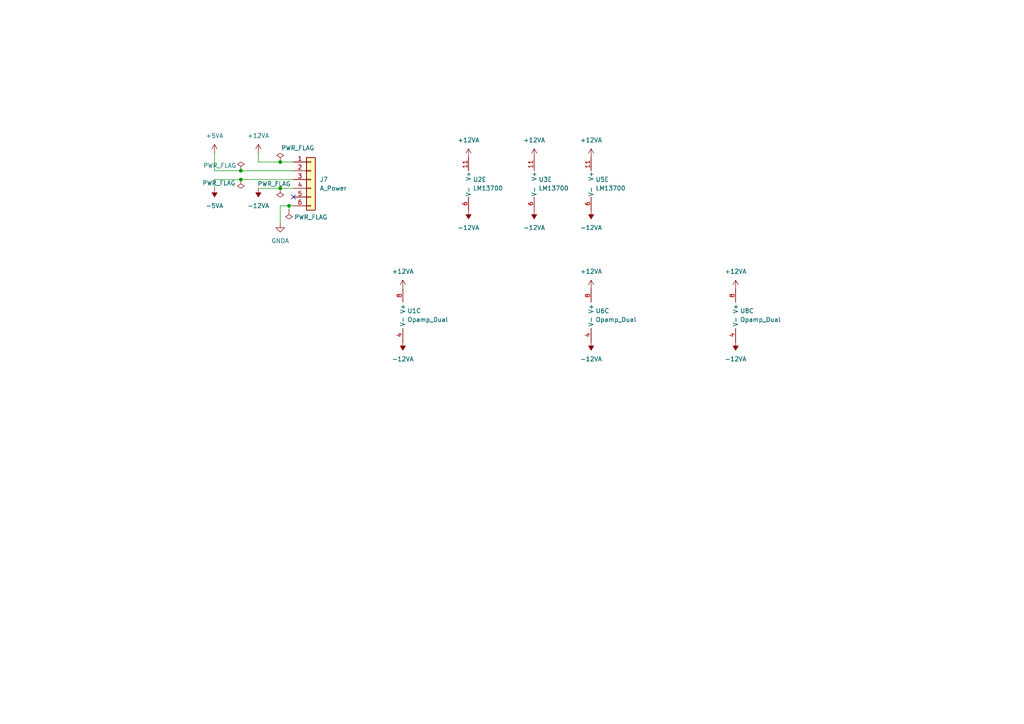
<source format=kicad_sch>
(kicad_sch (version 20250114) (generator "eeschema") (generator_version "9.0")
  (paper "A4")
  (lib_symbols
    (symbol "Amplifier_Operational:LM13700" (pin_names (offset 0.127))
      (property "Reference" "U" (at 3.81 5.08 0))
      (property "Value" "LM13700" (at 5.08 -5.08 0))
      (symbol "LM13700_1_1"
        (polyline (pts (xy 3.81 -0.635) (xy 3.81 -2.54) (xy 5.08 -2.54)))
        (polyline (pts (xy 5.08 0) (xy -5.08 -5.08) (xy -5.08 5.08) (xy 5.08 0)) (stroke (width 0.254)) (fill (type background)))
        (pin input line (at -7.62 2.54 0) (length 2.54) (name "-") (number "13"))
        (pin input line (at -7.62 0 0) (length 2.54) (name "DIODE_BIAS") (number "15"))
        (pin input line (at -7.62 -2.54 0) (length 2.54) (name "+") (number "14"))
        (pin output line (at 7.62 0 180) (length 2.54) (name "~") (number "12"))
        (pin input line (at 7.62 -2.54 180) (length 2.54) (name "~") (number "16"))
      )
      (symbol "LM13700_2_0"
        (polyline (pts (xy -1.905 2.54) (xy -3.175 2.54)))
      )
      (symbol "LM13700_2_1"
        (polyline (pts (xy -3.81 1.27) (xy -3.81 -1.27)))
        (polyline (pts (xy -3.81 0.635) (xy -2.54 1.27) (xy -2.54 1.905) (xy -2.54 2.54)))
        (polyline (pts (xy -3.81 -0.635) (xy -2.54 -1.27)))
        (circle (center -2.54 1.905) (radius 0.254) (stroke (width 0.254)) (fill (type outline)))
        (polyline (pts (xy -2.54 0) (xy -2.54 -2.54)))
        (polyline (pts (xy -2.54 -0.635) (xy -1.27 0) (xy -1.27 1.905) (xy -2.54 1.905)))
        (polyline (pts (xy -2.54 -1.27) (xy -3.175 -0.635) (xy -3.175 -1.27) (xy -2.54 -1.27)) (fill (type outline)))
        (polyline (pts (xy -2.54 -1.905) (xy -1.27 -2.54)))
        (polyline (pts (xy -1.27 -2.54) (xy -1.905 -1.905) (xy -1.905 -2.54) (xy -1.27 -2.54)) (fill (type outline)))
        (text "V+" (at -2.54 3.81 0) (effects (font (size 1.27 1.27))))
        (pin input line (at -7.62 0 0) (length 3.81) (name "~") (number "10"))
        (pin output line (at 2.54 -2.54 180) (length 3.81) (name "~") (number "9"))
      )
      (symbol "LM13700_3_1"
        (polyline (pts (xy 3.81 -0.635) (xy 3.81 -2.54) (xy 5.08 -2.54)))
        (polyline (pts (xy 5.08 0) (xy -5.08 -5.08) (xy -5.08 5.08) (xy 5.08 0)) (stroke (width 0.254)) (fill (type background)))
        (pin input line (at -7.62 2.54 0) (length 2.54) (name "-") (number "4"))
        (pin input line (at -7.62 0 0) (length 2.54) (name "DIODE_BIAS") (number "2"))
        (pin input line (at -7.62 -2.54 0) (length 2.54) (name "+") (number "3"))
        (pin output line (at 7.62 0 180) (length 2.54) (name "~") (number "5"))
        (pin input line (at 7.62 -2.54 180) (length 2.54) (name "~") (number "1"))
      )
      (symbol "LM13700_4_0"
        (polyline (pts (xy -3.175 2.54) (xy -1.905 2.54)))
        (text "V+" (at -2.54 3.81 0) (effects (font (size 1.27 1.27))))
      )
      (symbol "LM13700_4_1"
        (polyline (pts (xy -3.81 1.27) (xy -3.81 -1.27)))
        (polyline (pts (xy -3.81 0.635) (xy -2.54 1.27) (xy -2.54 2.54)))
        (polyline (pts (xy -3.81 -0.635) (xy -2.54 -1.27)))
        (circle (center -2.54 1.905) (radius 0.254) (stroke (width 0.254)) (fill (type outline)))
        (polyline (pts (xy -2.54 0) (xy -2.54 -2.54)))
        (polyline (pts (xy -2.54 -0.635) (xy -1.27 0) (xy -1.27 1.905) (xy -2.54 1.905)))
        (polyline (pts (xy -2.54 -1.27) (xy -3.175 -0.635) (xy -3.175 -1.27) (xy -2.54 -1.27)) (fill (type outline)))
        (polyline (pts (xy -2.54 -1.905) (xy -1.27 -2.54)))
        (polyline (pts (xy -1.27 -2.54) (xy -1.905 -1.905) (xy -1.905 -2.54) (xy -1.27 -2.54)) (fill (type outline)))
        (pin input line (at -7.62 0 0) (length 3.81) (name "~") (number "7"))
        (pin output line (at 2.54 -2.54 180) (length 3.81) (name "~") (number "8"))
      )
      (symbol "LM13700_5_1"
        (pin power_in line (at -2.54 7.62 270) (length 3.81) (name "V+") (number "11"))
        (pin power_in line (at -2.54 -7.62 90) (length 3.81) (name "V-") (number "6"))
      )
    )
    (symbol "Connector_Generic:Conn_01x06" (pin_names (offset 1.016) (hide yes))
      (property "Reference" "J" (at 0 7.62 0))
      (property "Value" "Conn_01x06" (at 0 -10.16 0))
      (symbol "Conn_01x06_1_1"
        (rectangle (start -1.27 6.35) (end 1.27 -8.89) (stroke (width 0.254)) (fill (type background)))
        (rectangle (start -1.27 5.207) (end 0 4.953) (stroke (width 0.1524)))
        (rectangle (start -1.27 2.667) (end 0 2.413) (stroke (width 0.1524)))
        (rectangle (start -1.27 0.127) (end 0 -0.127) (stroke (width 0.1524)))
        (rectangle (start -1.27 -2.413) (end 0 -2.667) (stroke (width 0.1524)))
        (rectangle (start -1.27 -4.953) (end 0 -5.207) (stroke (width 0.1524)))
        (rectangle (start -1.27 -7.493) (end 0 -7.747) (stroke (width 0.1524)))
        (pin passive line (at -5.08 5.08 0) (length 3.81) (name "Pin_1") (number "1"))
        (pin passive line (at -5.08 2.54 0) (length 3.81) (name "Pin_2") (number "2"))
        (pin passive line (at -5.08 0 0) (length 3.81) (name "Pin_3") (number "3"))
        (pin passive line (at -5.08 -2.54 0) (length 3.81) (name "Pin_4") (number "4"))
        (pin passive line (at -5.08 -5.08 0) (length 3.81) (name "Pin_5") (number "5"))
        (pin passive line (at -5.08 -7.62 0) (length 3.81) (name "Pin_6") (number "6"))
      )
    )
    (symbol "Device:Opamp_Dual"
      (property "Reference" "U" (at 0 5.08 0))
      (property "Value" "Opamp_Dual" (at 0 -5.08 0))
      (symbol "Opamp_Dual_1_1"
        (polyline (pts (xy -5.08 5.08) (xy 5.08 0) (xy -5.08 -5.08) (xy -5.08 5.08)) (stroke (width 0.254)) (fill (type background)))
        (pin input line (at -7.62 2.54 0) (length 2.54) (name "+") (number "3"))
        (pin input line (at -7.62 -2.54 0) (length 2.54) (name "-") (number "2"))
        (pin output line (at 7.62 0 180) (length 2.54) (name "~") (number "1"))
      )
      (symbol "Opamp_Dual_2_1"
        (polyline (pts (xy -5.08 5.08) (xy 5.08 0) (xy -5.08 -5.08) (xy -5.08 5.08)) (stroke (width 0.254)) (fill (type background)))
        (pin input line (at -7.62 2.54 0) (length 2.54) (name "+") (number "5"))
        (pin input line (at -7.62 -2.54 0) (length 2.54) (name "-") (number "6"))
        (pin output line (at 7.62 0 180) (length 2.54) (name "~") (number "7"))
      )
      (symbol "Opamp_Dual_3_1"
        (pin power_in line (at -2.54 7.62 270) (length 3.81) (name "V+") (number "8"))
        (pin power_in line (at -2.54 -7.62 90) (length 3.81) (name "V-") (number "4"))
      )
    )
    (symbol "power:+12VA" (power) (pin_numbers (hide yes)) (pin_names (offset 0) (hide yes))
      (property "Value" "+12VA" (at 0 3.556 0))
      (symbol "+12VA_0_1"
        (polyline (pts (xy -0.762 1.27) (xy 0 2.54)))
        (polyline (pts (xy 0 2.54) (xy 0.762 1.27)))
        (polyline (pts (xy 0 0) (xy 0 2.54)))
      )
      (symbol "+12VA_1_1"
        (pin power_in line (at 0 0 90) (length 0) (name "~") (number "1"))
      )
    )
    (symbol "power:+5VA" (power) (pin_numbers (hide yes)) (pin_names (offset 0) (hide yes))
      (property "Value" "+5VA" (at 0 3.556 0))
      (symbol "+5VA_0_1"
        (polyline (pts (xy -0.762 1.27) (xy 0 2.54)))
        (polyline (pts (xy 0 2.54) (xy 0.762 1.27)))
        (polyline (pts (xy 0 0) (xy 0 2.54)))
      )
      (symbol "+5VA_1_1"
        (pin power_in line (at 0 0 90) (length 0) (name "~") (number "1"))
      )
    )
    (symbol "power:-12VA" (power) (pin_numbers (hide yes)) (pin_names (offset 0) (hide yes))
      (property "Value" "-12VA" (at 0 3.556 0))
      (symbol "-12VA_0_0"
        (pin power_in line (at 0 0 90) (length 0) (name "~") (number "1"))
      )
      (symbol "-12VA_0_1"
        (polyline (pts (xy 0 0) (xy 0 1.27) (xy 0.762 1.27) (xy 0 2.54) (xy -0.762 1.27) (xy 0 1.27)) (fill (type outline)))
      )
    )
    (symbol "power:-5VA" (power) (pin_numbers (hide yes)) (pin_names (offset 0) (hide yes))
      (property "Value" "-5VA" (at 0 3.556 0))
      (symbol "-5VA_0_0"
        (pin power_in line (at 0 0 90) (length 0) (name "~") (number "1"))
      )
      (symbol "-5VA_0_1"
        (polyline (pts (xy 0 0) (xy 0 1.27) (xy 0.762 1.27) (xy 0 2.54) (xy -0.762 1.27) (xy 0 1.27)) (fill (type outline)))
      )
    )
    (symbol "power:GNDA" (power) (pin_numbers (hide yes)) (pin_names (offset 0) (hide yes))
      (property "Value" "GNDA" (at 0 -3.81 0))
      (symbol "GNDA_0_1"
        (polyline (pts (xy 0 0) (xy 0 -1.27) (xy 1.27 -1.27) (xy 0 -2.54) (xy -1.27 -1.27) (xy 0 -1.27)))
      )
      (symbol "GNDA_1_1"
        (pin power_in line (at 0 0 270) (length 0) (name "~") (number "1"))
      )
    )
    (symbol "power:PWR_FLAG" (power) (pin_numbers (hide yes)) (pin_names (offset 0) (hide yes))
      (property "Value" "PWR_FLAG" (at 0 3.81 0))
      (symbol "PWR_FLAG_0_0"
        (pin power_out line (at 0 0 90) (length 0) (name "~") (number "1"))
      )
      (symbol "PWR_FLAG_0_1"
        (polyline (pts (xy 0 0) (xy 0 1.27) (xy -1.016 1.905) (xy 0 2.54) (xy 1.016 1.905) (xy 0 1.27)))
      )
    )
  )
  (junction (at 83.82 59.69))
  (junction (at 81.28 46.99))
  (junction (at 69.85 49.53))
  (junction (at 69.85 52.07))
  (junction (at 81.28 54.61))
  (no_connect (at 85.09 57.15))
  (wire (pts (xy 85.09 59.69) (xy 83.82 59.69)))
  (wire (pts (xy 81.28 46.99) (xy 74.93 46.99)))
  (wire (pts (xy 83.82 60.96) (xy 83.82 59.69)))
  (wire (pts (xy 62.23 49.53) (xy 62.23 44.45)))
  (wire (pts (xy 62.23 52.07) (xy 62.23 54.61)))
  (wire (pts (xy 69.85 52.07) (xy 62.23 52.07)))
  (wire (pts (xy 74.93 46.99) (xy 74.93 44.45)))
  (wire (pts (xy 85.09 46.99) (xy 81.28 46.99)))
  (wire (pts (xy 83.82 59.69) (xy 81.28 59.69)))
  (wire (pts (xy 85.09 52.07) (xy 69.85 52.07)))
  (wire (pts (xy 81.28 54.61) (xy 85.09 54.61)))
  (wire (pts (xy 81.28 59.69) (xy 81.28 64.77)))
  (wire (pts (xy 69.85 49.53) (xy 62.23 49.53)))
  (wire (pts (xy 85.09 49.53) (xy 69.85 49.53)))
  (wire (pts (xy 74.93 54.61) (xy 81.28 54.61)))
  (symbol (lib_id "power:-12VA") (at 213.36 99.06 180) (unit 1)
    (property "Reference" "#PWR077" (effects (hide yes)))
    (property "Value" "-12VA" (at 213.36 104.14 0))
    (property "Description" "Power symbol creates a global label with name \"-12VA\"" (effects (hide yes)))
  )
  (symbol (lib_id "power:+5VA") (at 62.23 44.45 0) (unit 1)
    (property "Reference" "#PWR057" (effects (hide yes)))
    (property "Value" "+5VA" (at 62.23 39.37 0))
    (property "Description" "Power symbol creates a global label with name \"+5VA\"" (effects (hide yes)))
  )
  (symbol (lib_id "power:PWR_FLAG") (at 69.85 49.53 0) (unit 1)
    (property "Reference" "#FLG01" (effects (hide yes)))
    (property "Value" "PWR_FLAG" (at 63.754 48.006 0))
    (property "Description" "Special symbol for telling ERC where power comes from" (effects (hide yes)))
  )
  (symbol (lib_id "power:+12VA") (at 171.45 83.82 0) (unit 1)
    (property "Reference" "#PWR072" (effects (hide yes)))
    (property "Value" "+12VA" (at 171.45 78.74 0))
    (property "Description" "Power symbol creates a global label with name \"+12VA\"" (effects (hide yes)))
  )
  (symbol (lib_id "power:-5VA") (at 62.23 54.61 180) (unit 1)
    (property "Reference" "#PWR058" (effects (hide yes)))
    (property "Value" "-5VA" (at 62.23 59.69 0))
    (property "Description" "Power symbol creates a global label with name \"-5VA\"" (effects (hide yes)))
  )
  (symbol (lib_id "Device:Opamp_Dual") (at 119.38 91.44 0) (unit 3)
    (property "Reference" "U1" (at 118.11 90.1699 0) (effects (justify left)))
    (property "Value" "Opamp_Dual" (at 118.11 92.7099 0) (effects (justify left)))
    (property "Footprint" "Package_SO:SOIC-8_3.9x4.9mm_P1.27mm" (effects (hide yes)))
    (property "Description" "Dual operational amplifier" (effects (hide yes)))
    (property "Sim.Library" "${KICAD9_SYMBOL_DIR}/Simulation_SPICE.sp" (effects (hide yes)))
    (property "Sim.Name" "kicad_builtin_opamp_dual" (effects (hide yes)))
    (property "Sim.Device" "SUBCKT" (effects (hide yes)))
    (property "Sim.Pins" "1=out1 2=in1- 3=in1+ 4=vee 5=in2+ 6=in2- 7=out2 8=vcc" (effects (hide yes)))
  )
  (symbol (lib_id "Device:Opamp_Dual") (at 215.9 91.44 0) (unit 3)
    (property "Reference" "U8" (at 214.63 90.1699 0) (effects (justify left)))
    (property "Value" "Opamp_Dual" (at 214.63 92.7099 0) (effects (justify left)))
    (property "Footprint" "Package_SO:SOIC-8_3.9x4.9mm_P1.27mm" (effects (hide yes)))
    (property "Description" "Dual operational amplifier" (effects (hide yes)))
    (property "Sim.Library" "${KICAD9_SYMBOL_DIR}/Simulation_SPICE.sp" (effects (hide yes)))
    (property "Sim.Name" "kicad_builtin_opamp_dual" (effects (hide yes)))
    (property "Sim.Device" "SUBCKT" (effects (hide yes)))
    (property "Sim.Pins" "1=out1 2=in1- 3=in1+ 4=vee 5=in2+ 6=in2- 7=out2 8=vcc" (effects (hide yes)))
  )
  (symbol (lib_id "power:PWR_FLAG") (at 81.28 46.99 0) (unit 1)
    (property "Reference" "#FLG03" (effects (hide yes)))
    (property "Value" "PWR_FLAG" (at 86.36 42.926 0))
    (property "Description" "Special symbol for telling ERC where power comes from" (effects (hide yes)))
  )
  (symbol (lib_id "power:+12VA") (at 171.45 45.72 0) (unit 1)
    (property "Reference" "#PWR070" (effects (hide yes)))
    (property "Value" "+12VA" (at 171.45 40.64 0))
    (property "Description" "Power symbol creates a global label with name \"+12VA\"" (effects (hide yes)))
  )
  (symbol (lib_id "Device:Opamp_Dual") (at 173.99 91.44 0) (unit 3)
    (property "Reference" "U6" (at 172.72 90.1699 0) (effects (justify left)))
    (property "Value" "Opamp_Dual" (at 172.72 92.7099 0) (effects (justify left)))
    (property "Footprint" "Package_SO:SOIC-8_3.9x4.9mm_P1.27mm" (effects (hide yes)))
    (property "Description" "Dual operational amplifier" (effects (hide yes)))
    (property "Sim.Library" "${KICAD9_SYMBOL_DIR}/Simulation_SPICE.sp" (effects (hide yes)))
    (property "Sim.Name" "kicad_builtin_opamp_dual" (effects (hide yes)))
    (property "Sim.Device" "SUBCKT" (effects (hide yes)))
    (property "Sim.Pins" "1=out1 2=in1- 3=in1+ 4=vee 5=in2+ 6=in2- 7=out2 8=vcc" (effects (hide yes)))
  )
  (symbol (lib_id "power:+12VA") (at 74.93 44.45 0) (unit 1)
    (property "Reference" "#PWR059" (effects (hide yes)))
    (property "Value" "+12VA" (at 74.93 39.37 0))
    (property "Description" "Power symbol creates a global label with name \"+12VA\"" (effects (hide yes)))
  )
  (symbol (lib_id "power:+12VA") (at 154.94 45.72 0) (unit 1)
    (property "Reference" "#PWR066" (effects (hide yes)))
    (property "Value" "+12VA" (at 154.94 40.64 0))
    (property "Description" "Power symbol creates a global label with name \"+12VA\"" (effects (hide yes)))
  )
  (symbol (lib_id "power:+12VA") (at 135.89 45.72 0) (unit 1)
    (property "Reference" "#PWR064" (effects (hide yes)))
    (property "Value" "+12VA" (at 135.89 40.64 0))
    (property "Description" "Power symbol creates a global label with name \"+12VA\"" (effects (hide yes)))
  )
  (symbol (lib_id "Amplifier_Operational:LM13700") (at 173.99 53.34 0) (unit 5)
    (property "Reference" "U5" (at 172.72 52.0699 0) (effects (justify left)))
    (property "Value" "LM13700" (at 172.72 54.6099 0) (effects (justify left)))
    (property "Footprint" "Package_SO:SOIC-16_3.9x9.9mm_P1.27mm" (effects (hide yes)))
    (property "Datasheet" "http://www.ti.com/lit/ds/symlink/lm13700.pdf" (effects (hide yes)))
    (property "Description" "Dual Operational Transconductance Amplifiers with Linearizing Diodes and Buffers, DIP-16/SOIC-16" (effects (hide yes)))
  )
  (symbol (lib_id "power:PWR_FLAG") (at 69.85 52.07 180) (unit 1)
    (property "Reference" "#FLG02" (effects (hide yes)))
    (property "Value" "PWR_FLAG" (at 63.5 53.086 0))
    (property "Description" "Special symbol for telling ERC where power comes from" (effects (hide yes)))
  )
  (symbol (lib_id "power:-12VA") (at 154.94 60.96 180) (unit 1)
    (property "Reference" "#PWR067" (effects (hide yes)))
    (property "Value" "-12VA" (at 154.94 66.04 0))
    (property "Description" "Power symbol creates a global label with name \"-12VA\"" (effects (hide yes)))
  )
  (symbol (lib_id "power:-12VA") (at 74.93 54.61 180) (unit 1)
    (property "Reference" "#PWR060" (effects (hide yes)))
    (property "Value" "-12VA" (at 74.93 59.69 0))
    (property "Description" "Power symbol creates a global label with name \"-12VA\"" (effects (hide yes)))
  )
  (symbol (lib_id "Connector_Generic:Conn_01x06") (at 90.17 52.07 0) (unit 1)
    (property "Reference" "J7" (at 92.71 52.0699 0) (effects (justify left)))
    (property "Value" "A_Power" (at 92.71 54.6099 0) (effects (justify left)))
    (property "Footprint" "Connector_PinHeader_2.54mm:PinHeader_1x06_P2.54mm_Vertical" (effects (hide yes)))
    (property "Description" "Generic connector, single row, 01x06, script generated (kicad-library-utils/schlib/autogen/connector/)" (effects (hide yes)))
  )
  (symbol (lib_id "Amplifier_Operational:LM13700") (at 157.48 53.34 0) (unit 5)
    (property "Reference" "U3" (at 156.21 52.0699 0) (effects (justify left)))
    (property "Value" "LM13700" (at 156.21 54.6099 0) (effects (justify left)))
    (property "Footprint" "Package_SO:SOIC-16_3.9x9.9mm_P1.27mm" (effects (hide yes)))
    (property "Datasheet" "http://www.ti.com/lit/ds/symlink/lm13700.pdf" (effects (hide yes)))
    (property "Description" "Dual Operational Transconductance Amplifiers with Linearizing Diodes and Buffers, DIP-16/SOIC-16" (effects (hide yes)))
  )
  (symbol (lib_id "power:GNDA") (at 81.28 64.77 0) (unit 1)
    (property "Reference" "#PWR061" (effects (hide yes)))
    (property "Value" "GNDA" (at 81.28 69.85 0))
    (property "Description" "Power symbol creates a global label with name \"GNDA\" , analog ground" (effects (hide yes)))
  )
  (symbol (lib_id "power:PWR_FLAG") (at 81.28 54.61 180) (unit 1)
    (property "Reference" "#FLG04" (effects (hide yes)))
    (property "Value" "PWR_FLAG" (at 79.502 53.34 0))
    (property "Description" "Special symbol for telling ERC where power comes from" (effects (hide yes)))
  )
  (symbol (lib_id "power:-12VA") (at 135.89 60.96 180) (unit 1)
    (property "Reference" "#PWR065" (effects (hide yes)))
    (property "Value" "-12VA" (at 135.89 66.04 0))
    (property "Description" "Power symbol creates a global label with name \"-12VA\"" (effects (hide yes)))
  )
  (symbol (lib_id "power:-12VA") (at 171.45 60.96 180) (unit 1)
    (property "Reference" "#PWR071" (effects (hide yes)))
    (property "Value" "-12VA" (at 171.45 66.04 0))
    (property "Description" "Power symbol creates a global label with name \"-12VA\"" (effects (hide yes)))
  )
  (symbol (lib_id "power:+12VA") (at 116.84 83.82 0) (unit 1)
    (property "Reference" "#PWR062" (effects (hide yes)))
    (property "Value" "+12VA" (at 116.84 78.74 0))
    (property "Description" "Power symbol creates a global label with name \"+12VA\"" (effects (hide yes)))
  )
  (symbol (lib_id "Amplifier_Operational:LM13700") (at 138.43 53.34 0) (unit 5)
    (property "Reference" "U2" (at 137.16 52.0699 0) (effects (justify left)))
    (property "Value" "LM13700" (at 137.16 54.6099 0) (effects (justify left)))
    (property "Footprint" "Package_SO:SOIC-16_3.9x9.9mm_P1.27mm" (effects (hide yes)))
    (property "Datasheet" "http://www.ti.com/lit/ds/symlink/lm13700.pdf" (effects (hide yes)))
    (property "Description" "Dual Operational Transconductance Amplifiers with Linearizing Diodes and Buffers, DIP-16/SOIC-16" (effects (hide yes)))
  )
  (symbol (lib_id "power:PWR_FLAG") (at 83.82 60.96 180) (unit 1)
    (property "Reference" "#FLG05" (effects (hide yes)))
    (property "Value" "PWR_FLAG" (at 90.17 62.992 0))
    (property "Description" "Special symbol for telling ERC where power comes from" (effects (hide yes)))
  )
  (symbol (lib_id "power:-12VA") (at 171.45 99.06 180) (unit 1)
    (property "Reference" "#PWR073" (effects (hide yes)))
    (property "Value" "-12VA" (at 171.45 104.14 0))
    (property "Description" "Power symbol creates a global label with name \"-12VA\"" (effects (hide yes)))
  )
  (symbol (lib_id "power:-12VA") (at 116.84 99.06 180) (unit 1)
    (property "Reference" "#PWR063" (effects (hide yes)))
    (property "Value" "-12VA" (at 116.84 104.14 0))
    (property "Description" "Power symbol creates a global label with name \"-12VA\"" (effects (hide yes)))
  )
  (symbol (lib_id "power:+12VA") (at 213.36 83.82 0) (unit 1)
    (property "Reference" "#PWR076" (effects (hide yes)))
    (property "Value" "+12VA" (at 213.36 78.74 0))
    (property "Description" "Power symbol creates a global label with name \"+12VA\"" (effects (hide yes)))
  )
)
</source>
